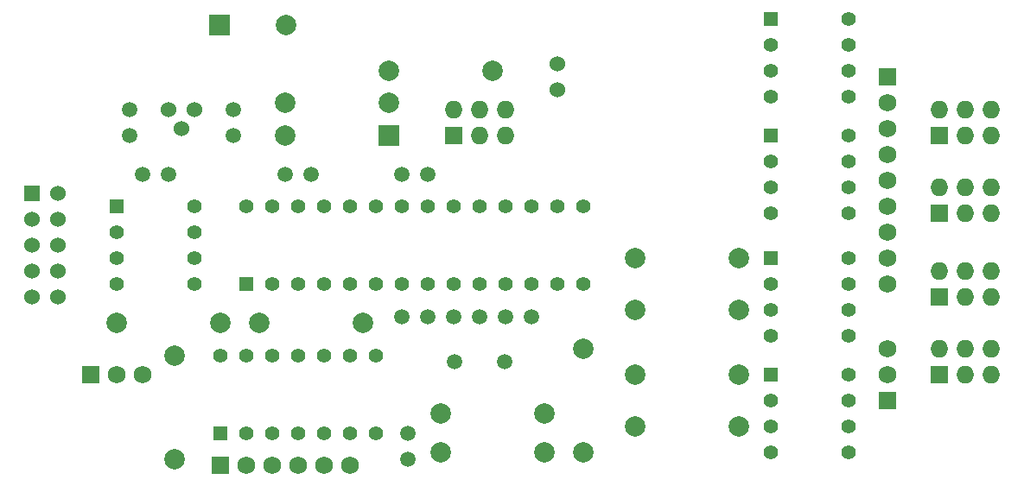
<source format=gts>
%FSLAX36Y36*%
G04 Gerber Fmt 3.6, Leading zero omitted, Abs format (unit inch)*
G04 Created by KiCad (PCBNEW (2014-jul-16 BZR unknown)-product) date Tue 27 Jan 2015 12:23:33 PM PST*
%MOIN*%
G01*
G04 APERTURE LIST*
%ADD10C,0.003937*%
%ADD11C,0.059100*%
%ADD12C,0.078700*%
%ADD13R,0.078700X0.078700*%
%ADD14C,0.060000*%
%ADD15R,0.068000X0.068000*%
%ADD16C,0.068000*%
%ADD17R,0.060000X0.060000*%
%ADD18O,0.068000X0.068000*%
%ADD19R,0.055000X0.055000*%
%ADD20C,0.055000*%
G04 APERTURE END LIST*
D10*
D11*
X4475000Y-4400000D03*
X4475000Y-4500000D03*
X4875000Y-4400000D03*
X4875000Y-4500000D03*
X5725000Y-5200000D03*
X5825000Y-5200000D03*
X5525000Y-5200000D03*
X5625000Y-5200000D03*
X5625000Y-4650000D03*
X5525000Y-4650000D03*
X4525000Y-4650000D03*
X4625000Y-4650000D03*
X5925000Y-5200000D03*
X6025000Y-5200000D03*
X5550000Y-5650000D03*
X5550000Y-5750000D03*
X5175000Y-4650000D03*
X5075000Y-4650000D03*
D12*
X5075000Y-4500000D03*
D13*
X5475000Y-4500000D03*
D14*
X6125000Y-4325000D03*
X6125000Y-4225000D03*
D15*
X4325000Y-5425000D03*
D16*
X4425000Y-5425000D03*
X4525000Y-5425000D03*
D17*
X4100000Y-4725000D03*
D14*
X4200000Y-4725000D03*
X4100000Y-4825000D03*
X4200000Y-4825000D03*
X4100000Y-4925000D03*
X4200000Y-4925000D03*
X4100000Y-5025000D03*
X4200000Y-5025000D03*
X4100000Y-5125000D03*
X4200000Y-5125000D03*
D15*
X4825000Y-5775000D03*
D16*
X4925000Y-5775000D03*
X5025000Y-5775000D03*
X5125000Y-5775000D03*
X5225000Y-5775000D03*
X5325000Y-5775000D03*
D15*
X5725000Y-4500000D03*
D18*
X5725000Y-4400000D03*
X5825000Y-4500000D03*
X5825000Y-4400000D03*
X5925000Y-4500000D03*
X5925000Y-4400000D03*
D15*
X7600000Y-4500000D03*
D18*
X7600000Y-4400000D03*
X7700000Y-4500000D03*
X7700000Y-4400000D03*
X7800000Y-4500000D03*
X7800000Y-4400000D03*
D15*
X7600000Y-4800000D03*
D18*
X7600000Y-4700000D03*
X7700000Y-4800000D03*
X7700000Y-4700000D03*
X7800000Y-4800000D03*
X7800000Y-4700000D03*
D15*
X7600000Y-5125000D03*
D18*
X7600000Y-5025000D03*
X7700000Y-5125000D03*
X7700000Y-5025000D03*
X7800000Y-5125000D03*
X7800000Y-5025000D03*
D15*
X7600000Y-5425000D03*
D18*
X7600000Y-5325000D03*
X7700000Y-5425000D03*
X7700000Y-5325000D03*
X7800000Y-5425000D03*
X7800000Y-5325000D03*
D12*
X4425000Y-5225000D03*
X4825000Y-5225000D03*
X6075000Y-5725000D03*
X5675000Y-5725000D03*
X5675000Y-5575000D03*
X6075000Y-5575000D03*
X6225000Y-5725000D03*
X6225000Y-5325000D03*
X5375000Y-5225000D03*
X4975000Y-5225000D03*
X4650000Y-5750000D03*
X4650000Y-5350000D03*
X5075000Y-4375000D03*
X5475000Y-4375000D03*
D15*
X7400000Y-4275000D03*
D16*
X7400000Y-4375000D03*
X7400000Y-4475000D03*
X7400000Y-4575000D03*
X7400000Y-4675000D03*
X7400000Y-4775000D03*
X7400000Y-4875000D03*
X7400000Y-4975000D03*
X7400000Y-5075000D03*
D13*
X4822000Y-4075000D03*
D12*
X5078000Y-4075000D03*
D19*
X4825000Y-5650000D03*
D20*
X4925000Y-5650000D03*
X5025000Y-5650000D03*
X5125000Y-5650000D03*
X5225000Y-5650000D03*
X5325000Y-5650000D03*
X5425000Y-5650000D03*
X5425000Y-5350000D03*
X5325000Y-5350000D03*
X5225000Y-5350000D03*
X5125000Y-5350000D03*
X5025000Y-5350000D03*
X4925000Y-5350000D03*
X4825000Y-5350000D03*
D19*
X4425000Y-4775000D03*
D20*
X4425000Y-4875000D03*
X4425000Y-4975000D03*
X4425000Y-5075000D03*
X4725000Y-5075000D03*
X4725000Y-4975000D03*
X4725000Y-4875000D03*
X4725000Y-4775000D03*
X5025000Y-5075000D03*
X5125000Y-5075000D03*
X5225000Y-5075000D03*
X5325000Y-5075000D03*
X5425000Y-5075000D03*
X5525000Y-5075000D03*
X5625000Y-5075000D03*
X5725000Y-5075000D03*
X5825000Y-5075000D03*
X5925000Y-5075000D03*
X6025000Y-5075000D03*
X6125000Y-5075000D03*
X6225000Y-5075000D03*
D19*
X4925000Y-5075000D03*
D20*
X6225000Y-4775000D03*
X6125000Y-4775000D03*
X6025000Y-4775000D03*
X5925000Y-4775000D03*
X5825000Y-4775000D03*
X5725000Y-4775000D03*
X5625000Y-4775000D03*
X5525000Y-4775000D03*
X5425000Y-4775000D03*
X5325000Y-4775000D03*
X5225000Y-4775000D03*
X5125000Y-4775000D03*
X5025000Y-4775000D03*
X4925000Y-4775000D03*
D19*
X6950000Y-4050000D03*
D20*
X6950000Y-4150000D03*
X6950000Y-4250000D03*
X6950000Y-4350000D03*
X7250000Y-4350000D03*
X7250000Y-4250000D03*
X7250000Y-4150000D03*
X7250000Y-4050000D03*
D19*
X6950000Y-4500000D03*
D20*
X6950000Y-4600000D03*
X6950000Y-4700000D03*
X6950000Y-4800000D03*
X7250000Y-4800000D03*
X7250000Y-4700000D03*
X7250000Y-4600000D03*
X7250000Y-4500000D03*
D19*
X6950000Y-4975000D03*
D20*
X6950000Y-5075000D03*
X6950000Y-5175000D03*
X6950000Y-5275000D03*
X7250000Y-5275000D03*
X7250000Y-5175000D03*
X7250000Y-5075000D03*
X7250000Y-4975000D03*
D19*
X6950000Y-5425000D03*
D20*
X6950000Y-5525000D03*
X6950000Y-5625000D03*
X6950000Y-5725000D03*
X7250000Y-5725000D03*
X7250000Y-5625000D03*
X7250000Y-5525000D03*
X7250000Y-5425000D03*
D11*
X5728900Y-5375000D03*
X5921100Y-5375000D03*
D14*
X4725000Y-4400000D03*
X4675000Y-4475000D03*
X4625000Y-4400000D03*
D15*
X7400000Y-5525000D03*
D16*
X7400000Y-5425000D03*
X7400000Y-5325000D03*
D12*
X5475000Y-4250000D03*
X5875000Y-4250000D03*
X6425000Y-4975000D03*
X6825000Y-4975000D03*
X6425000Y-5175000D03*
X6825000Y-5175000D03*
X6425000Y-5425000D03*
X6825000Y-5425000D03*
X6425000Y-5625000D03*
X6825000Y-5625000D03*
M02*

</source>
